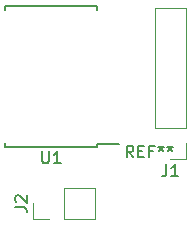
<source format=gbr>
G04 #@! TF.GenerationSoftware,KiCad,Pcbnew,(5.1.2)-2*
G04 #@! TF.CreationDate,2019-09-08T10:38:30-04:00*
G04 #@! TF.ProjectId,jebaoDosingAdapter,6a656261-6f44-46f7-9369-6e6741646170,rev?*
G04 #@! TF.SameCoordinates,PX46492a0PY53724e0*
G04 #@! TF.FileFunction,Legend,Top*
G04 #@! TF.FilePolarity,Positive*
%FSLAX46Y46*%
G04 Gerber Fmt 4.6, Leading zero omitted, Abs format (unit mm)*
G04 Created by KiCad (PCBNEW (5.1.2)-2) date 2019-09-08 10:38:30*
%MOMM*%
%LPD*%
G04 APERTURE LIST*
%ADD10C,0.150000*%
%ADD11C,0.120000*%
G04 APERTURE END LIST*
D10*
X26845000Y10180000D02*
X26845000Y10430000D01*
X19095000Y10180000D02*
X19095000Y10525000D01*
X19095000Y22080000D02*
X19095000Y21735000D01*
X26845000Y22080000D02*
X26845000Y21735000D01*
X26845000Y10180000D02*
X19095000Y10180000D01*
X26845000Y22080000D02*
X19095000Y22080000D01*
X26845000Y10430000D02*
X28670000Y10430000D01*
D11*
X34380000Y21970000D02*
X31720000Y21970000D01*
X34380000Y11750000D02*
X34380000Y21970000D01*
X31720000Y11750000D02*
X31720000Y21970000D01*
X34380000Y11750000D02*
X31720000Y11750000D01*
X34380000Y10480000D02*
X34380000Y9150000D01*
X34380000Y9150000D02*
X33050000Y9150000D01*
X26660000Y4080000D02*
X26660000Y6740000D01*
X24060000Y4080000D02*
X26660000Y4080000D01*
X24060000Y6740000D02*
X26660000Y6740000D01*
X24060000Y4080000D02*
X24060000Y6740000D01*
X22790000Y4080000D02*
X21460000Y4080000D01*
X21460000Y4080000D02*
X21460000Y5410000D01*
D10*
X29926666Y9287620D02*
X29593333Y9763810D01*
X29355238Y9287620D02*
X29355238Y10287620D01*
X29736190Y10287620D01*
X29831428Y10240000D01*
X29879047Y10192381D01*
X29926666Y10097143D01*
X29926666Y9954286D01*
X29879047Y9859048D01*
X29831428Y9811429D01*
X29736190Y9763810D01*
X29355238Y9763810D01*
X30355238Y9811429D02*
X30688571Y9811429D01*
X30831428Y9287620D02*
X30355238Y9287620D01*
X30355238Y10287620D01*
X30831428Y10287620D01*
X31593333Y9811429D02*
X31260000Y9811429D01*
X31260000Y9287620D02*
X31260000Y10287620D01*
X31736190Y10287620D01*
X32260000Y10287620D02*
X32260000Y10049524D01*
X32021904Y10144762D02*
X32260000Y10049524D01*
X32498095Y10144762D01*
X32117142Y9859048D02*
X32260000Y10049524D01*
X32402857Y9859048D01*
X33021904Y10287620D02*
X33021904Y10049524D01*
X32783809Y10144762D02*
X33021904Y10049524D01*
X33260000Y10144762D01*
X32879047Y9859048D02*
X33021904Y10049524D01*
X33164761Y9859048D01*
X22208095Y9802620D02*
X22208095Y8993096D01*
X22255714Y8897858D01*
X22303333Y8850239D01*
X22398571Y8802620D01*
X22589047Y8802620D01*
X22684285Y8850239D01*
X22731904Y8897858D01*
X22779523Y8993096D01*
X22779523Y9802620D01*
X23779523Y8802620D02*
X23208095Y8802620D01*
X23493809Y8802620D02*
X23493809Y9802620D01*
X23398571Y9659762D01*
X23303333Y9564524D01*
X23208095Y9516905D01*
X32716666Y8697620D02*
X32716666Y7983334D01*
X32669047Y7840477D01*
X32573809Y7745239D01*
X32430952Y7697620D01*
X32335714Y7697620D01*
X33716666Y7697620D02*
X33145238Y7697620D01*
X33430952Y7697620D02*
X33430952Y8697620D01*
X33335714Y8554762D01*
X33240476Y8459524D01*
X33145238Y8411905D01*
X19912380Y5076667D02*
X20626666Y5076667D01*
X20769523Y5029048D01*
X20864761Y4933810D01*
X20912380Y4790953D01*
X20912380Y4695715D01*
X20007619Y5505239D02*
X19960000Y5552858D01*
X19912380Y5648096D01*
X19912380Y5886191D01*
X19960000Y5981429D01*
X20007619Y6029048D01*
X20102857Y6076667D01*
X20198095Y6076667D01*
X20340952Y6029048D01*
X20912380Y5457620D01*
X20912380Y6076667D01*
M02*

</source>
